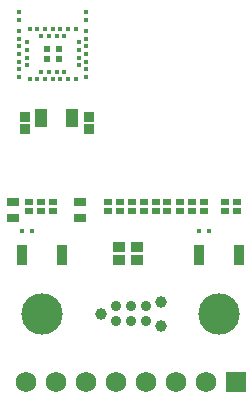
<source format=gts>
G04*
G04 #@! TF.GenerationSoftware,Altium Limited,Altium Designer,21.6.4 (81)*
G04*
G04 Layer_Color=8388736*
%FSLAX44Y44*%
%MOMM*%
G71*
G04*
G04 #@! TF.SameCoordinates,998CE461-73B7-439C-9EE3-FAF607E45F75*
G04*
G04*
G04 #@! TF.FilePolarity,Negative*
G04*
G01*
G75*
%ADD24R,0.8200X0.8200*%
%ADD25R,0.4600X0.4500*%
%ADD26R,0.6500X0.6200*%
%ADD27R,0.9000X1.8000*%
%ADD28R,0.4500X0.4500*%
%ADD29R,0.5200X0.5200*%
%ADD30R,1.1000X1.6500*%
%ADD31C,0.8900*%
%ADD32R,1.1200X0.7400*%
%ADD33R,1.1000X0.9000*%
%ADD34C,3.5000*%
%ADD35C,1.7500*%
%ADD36R,1.7500X1.7500*%
%ADD37C,1.0000*%
D24*
X74400Y266350D02*
D03*
Y256150D02*
D03*
X20400Y266350D02*
D03*
Y256150D02*
D03*
D25*
X176200Y170000D02*
D03*
X167800D02*
D03*
X26200D02*
D03*
X17800D02*
D03*
D26*
X172000Y187000D02*
D03*
Y195000D02*
D03*
X200000Y187000D02*
D03*
Y195000D02*
D03*
X44000D02*
D03*
Y187000D02*
D03*
X190000Y195000D02*
D03*
Y187000D02*
D03*
X24000D02*
D03*
Y195000D02*
D03*
X34000Y187000D02*
D03*
Y195000D02*
D03*
X101000Y187000D02*
D03*
Y195000D02*
D03*
X131000Y187000D02*
D03*
Y195000D02*
D03*
X111000Y187000D02*
D03*
Y195000D02*
D03*
X121000Y187000D02*
D03*
Y195000D02*
D03*
X141000Y187000D02*
D03*
Y195000D02*
D03*
X91000Y187000D02*
D03*
Y195000D02*
D03*
X152000Y187000D02*
D03*
X162000D02*
D03*
X152000Y195000D02*
D03*
X162000D02*
D03*
D27*
X168000Y150000D02*
D03*
X202000D02*
D03*
X18000D02*
D03*
X52000D02*
D03*
D28*
X40650Y334870D02*
D03*
X53650D02*
D03*
X40650Y305120D02*
D03*
X56900Y298620D02*
D03*
X37400D02*
D03*
X34150Y334870D02*
D03*
X47150D02*
D03*
X24400Y341370D02*
D03*
X30900D02*
D03*
X37400D02*
D03*
X43900D02*
D03*
X50400D02*
D03*
X56900D02*
D03*
X63400D02*
D03*
X65800Y329750D02*
D03*
Y323250D02*
D03*
Y316750D02*
D03*
Y310250D02*
D03*
X72300Y355420D02*
D03*
Y348920D02*
D03*
Y339500D02*
D03*
Y333000D02*
D03*
Y326500D02*
D03*
Y320000D02*
D03*
Y313500D02*
D03*
Y307000D02*
D03*
Y300500D02*
D03*
X53650Y305120D02*
D03*
X47150D02*
D03*
X34150D02*
D03*
X63400Y298620D02*
D03*
X50400D02*
D03*
X43900D02*
D03*
X30900D02*
D03*
X24400D02*
D03*
X22000Y310250D02*
D03*
Y316750D02*
D03*
Y323250D02*
D03*
Y329750D02*
D03*
X15500Y300500D02*
D03*
Y307000D02*
D03*
Y313500D02*
D03*
Y320000D02*
D03*
Y326500D02*
D03*
Y333000D02*
D03*
Y339500D02*
D03*
Y348920D02*
D03*
Y355420D02*
D03*
D29*
X49100Y324500D02*
D03*
Y315500D02*
D03*
X38700D02*
D03*
Y324500D02*
D03*
D30*
X60400Y265750D02*
D03*
X34400D02*
D03*
D31*
X97300Y93650D02*
D03*
Y106350D02*
D03*
X110000Y93650D02*
D03*
Y106350D02*
D03*
X122700Y93650D02*
D03*
Y106350D02*
D03*
D32*
X67000Y194850D02*
D03*
Y181150D02*
D03*
X10000Y194850D02*
D03*
Y181150D02*
D03*
D33*
X100450Y145630D02*
D03*
X115450D02*
D03*
Y156630D02*
D03*
X100450D02*
D03*
D34*
X185000Y100000D02*
D03*
X35000D02*
D03*
D35*
X21100Y42200D02*
D03*
X46500D02*
D03*
X148100D02*
D03*
X173500D02*
D03*
X122700D02*
D03*
X97300D02*
D03*
X71900D02*
D03*
D36*
X198900D02*
D03*
D37*
X84600Y100000D02*
D03*
X135400Y110160D02*
D03*
Y89840D02*
D03*
M02*

</source>
